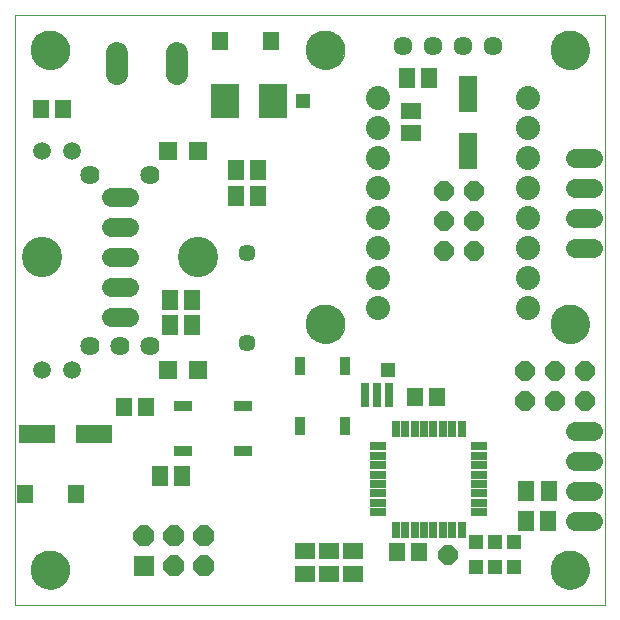
<source format=gts>
G75*
%MOIN*%
%OFA0B0*%
%FSLAX25Y25*%
%IPPOS*%
%LPD*%
%AMOC8*
5,1,8,0,0,1.08239X$1,22.5*
%
%ADD10C,0.00000*%
%ADD11C,0.12998*%
%ADD12R,0.05518X0.06306*%
%ADD13R,0.12211X0.05912*%
%ADD14R,0.05912X0.12211*%
%ADD15R,0.05400X0.06187*%
%ADD16C,0.06400*%
%ADD17R,0.09400X0.11400*%
%ADD18R,0.07000X0.07000*%
%ADD19OC8,0.07000*%
%ADD20OC8,0.06400*%
%ADD21R,0.05124X0.05124*%
%ADD22C,0.07450*%
%ADD23R,0.05518X0.06699*%
%ADD24R,0.06699X0.05518*%
%ADD25R,0.03400X0.06400*%
%ADD26R,0.06400X0.03400*%
%ADD27C,0.06400*%
%ADD28C,0.13400*%
%ADD29C,0.08000*%
%ADD30R,0.05943X0.05943*%
%ADD31C,0.05943*%
%ADD32C,0.06337*%
%ADD33R,0.02600X0.05400*%
%ADD34R,0.05400X0.02600*%
%ADD35R,0.03156X0.08274*%
%ADD36C,0.05715*%
D10*
X0002600Y0002600D02*
X0002600Y0199450D01*
X0199450Y0199450D01*
X0199450Y0002600D01*
X0002600Y0002600D01*
X0008112Y0014411D02*
X0008114Y0014569D01*
X0008120Y0014727D01*
X0008130Y0014885D01*
X0008144Y0015043D01*
X0008162Y0015200D01*
X0008183Y0015357D01*
X0008209Y0015513D01*
X0008239Y0015669D01*
X0008272Y0015824D01*
X0008310Y0015977D01*
X0008351Y0016130D01*
X0008396Y0016282D01*
X0008445Y0016433D01*
X0008498Y0016582D01*
X0008554Y0016730D01*
X0008614Y0016876D01*
X0008678Y0017021D01*
X0008746Y0017164D01*
X0008817Y0017306D01*
X0008891Y0017446D01*
X0008969Y0017583D01*
X0009051Y0017719D01*
X0009135Y0017853D01*
X0009224Y0017984D01*
X0009315Y0018113D01*
X0009410Y0018240D01*
X0009507Y0018365D01*
X0009608Y0018487D01*
X0009712Y0018606D01*
X0009819Y0018723D01*
X0009929Y0018837D01*
X0010042Y0018948D01*
X0010157Y0019057D01*
X0010275Y0019162D01*
X0010396Y0019264D01*
X0010519Y0019364D01*
X0010645Y0019460D01*
X0010773Y0019553D01*
X0010903Y0019643D01*
X0011036Y0019729D01*
X0011171Y0019813D01*
X0011307Y0019892D01*
X0011446Y0019969D01*
X0011587Y0020041D01*
X0011729Y0020111D01*
X0011873Y0020176D01*
X0012019Y0020238D01*
X0012166Y0020296D01*
X0012315Y0020351D01*
X0012465Y0020402D01*
X0012616Y0020449D01*
X0012768Y0020492D01*
X0012921Y0020531D01*
X0013076Y0020567D01*
X0013231Y0020598D01*
X0013387Y0020626D01*
X0013543Y0020650D01*
X0013700Y0020670D01*
X0013858Y0020686D01*
X0014015Y0020698D01*
X0014174Y0020706D01*
X0014332Y0020710D01*
X0014490Y0020710D01*
X0014648Y0020706D01*
X0014807Y0020698D01*
X0014964Y0020686D01*
X0015122Y0020670D01*
X0015279Y0020650D01*
X0015435Y0020626D01*
X0015591Y0020598D01*
X0015746Y0020567D01*
X0015901Y0020531D01*
X0016054Y0020492D01*
X0016206Y0020449D01*
X0016357Y0020402D01*
X0016507Y0020351D01*
X0016656Y0020296D01*
X0016803Y0020238D01*
X0016949Y0020176D01*
X0017093Y0020111D01*
X0017235Y0020041D01*
X0017376Y0019969D01*
X0017515Y0019892D01*
X0017651Y0019813D01*
X0017786Y0019729D01*
X0017919Y0019643D01*
X0018049Y0019553D01*
X0018177Y0019460D01*
X0018303Y0019364D01*
X0018426Y0019264D01*
X0018547Y0019162D01*
X0018665Y0019057D01*
X0018780Y0018948D01*
X0018893Y0018837D01*
X0019003Y0018723D01*
X0019110Y0018606D01*
X0019214Y0018487D01*
X0019315Y0018365D01*
X0019412Y0018240D01*
X0019507Y0018113D01*
X0019598Y0017984D01*
X0019687Y0017853D01*
X0019771Y0017719D01*
X0019853Y0017583D01*
X0019931Y0017446D01*
X0020005Y0017306D01*
X0020076Y0017164D01*
X0020144Y0017021D01*
X0020208Y0016876D01*
X0020268Y0016730D01*
X0020324Y0016582D01*
X0020377Y0016433D01*
X0020426Y0016282D01*
X0020471Y0016130D01*
X0020512Y0015977D01*
X0020550Y0015824D01*
X0020583Y0015669D01*
X0020613Y0015513D01*
X0020639Y0015357D01*
X0020660Y0015200D01*
X0020678Y0015043D01*
X0020692Y0014885D01*
X0020702Y0014727D01*
X0020708Y0014569D01*
X0020710Y0014411D01*
X0020708Y0014253D01*
X0020702Y0014095D01*
X0020692Y0013937D01*
X0020678Y0013779D01*
X0020660Y0013622D01*
X0020639Y0013465D01*
X0020613Y0013309D01*
X0020583Y0013153D01*
X0020550Y0012998D01*
X0020512Y0012845D01*
X0020471Y0012692D01*
X0020426Y0012540D01*
X0020377Y0012389D01*
X0020324Y0012240D01*
X0020268Y0012092D01*
X0020208Y0011946D01*
X0020144Y0011801D01*
X0020076Y0011658D01*
X0020005Y0011516D01*
X0019931Y0011376D01*
X0019853Y0011239D01*
X0019771Y0011103D01*
X0019687Y0010969D01*
X0019598Y0010838D01*
X0019507Y0010709D01*
X0019412Y0010582D01*
X0019315Y0010457D01*
X0019214Y0010335D01*
X0019110Y0010216D01*
X0019003Y0010099D01*
X0018893Y0009985D01*
X0018780Y0009874D01*
X0018665Y0009765D01*
X0018547Y0009660D01*
X0018426Y0009558D01*
X0018303Y0009458D01*
X0018177Y0009362D01*
X0018049Y0009269D01*
X0017919Y0009179D01*
X0017786Y0009093D01*
X0017651Y0009009D01*
X0017515Y0008930D01*
X0017376Y0008853D01*
X0017235Y0008781D01*
X0017093Y0008711D01*
X0016949Y0008646D01*
X0016803Y0008584D01*
X0016656Y0008526D01*
X0016507Y0008471D01*
X0016357Y0008420D01*
X0016206Y0008373D01*
X0016054Y0008330D01*
X0015901Y0008291D01*
X0015746Y0008255D01*
X0015591Y0008224D01*
X0015435Y0008196D01*
X0015279Y0008172D01*
X0015122Y0008152D01*
X0014964Y0008136D01*
X0014807Y0008124D01*
X0014648Y0008116D01*
X0014490Y0008112D01*
X0014332Y0008112D01*
X0014174Y0008116D01*
X0014015Y0008124D01*
X0013858Y0008136D01*
X0013700Y0008152D01*
X0013543Y0008172D01*
X0013387Y0008196D01*
X0013231Y0008224D01*
X0013076Y0008255D01*
X0012921Y0008291D01*
X0012768Y0008330D01*
X0012616Y0008373D01*
X0012465Y0008420D01*
X0012315Y0008471D01*
X0012166Y0008526D01*
X0012019Y0008584D01*
X0011873Y0008646D01*
X0011729Y0008711D01*
X0011587Y0008781D01*
X0011446Y0008853D01*
X0011307Y0008930D01*
X0011171Y0009009D01*
X0011036Y0009093D01*
X0010903Y0009179D01*
X0010773Y0009269D01*
X0010645Y0009362D01*
X0010519Y0009458D01*
X0010396Y0009558D01*
X0010275Y0009660D01*
X0010157Y0009765D01*
X0010042Y0009874D01*
X0009929Y0009985D01*
X0009819Y0010099D01*
X0009712Y0010216D01*
X0009608Y0010335D01*
X0009507Y0010457D01*
X0009410Y0010582D01*
X0009315Y0010709D01*
X0009224Y0010838D01*
X0009135Y0010969D01*
X0009051Y0011103D01*
X0008969Y0011239D01*
X0008891Y0011376D01*
X0008817Y0011516D01*
X0008746Y0011658D01*
X0008678Y0011801D01*
X0008614Y0011946D01*
X0008554Y0012092D01*
X0008498Y0012240D01*
X0008445Y0012389D01*
X0008396Y0012540D01*
X0008351Y0012692D01*
X0008310Y0012845D01*
X0008272Y0012998D01*
X0008239Y0013153D01*
X0008209Y0013309D01*
X0008183Y0013465D01*
X0008162Y0013622D01*
X0008144Y0013779D01*
X0008130Y0013937D01*
X0008120Y0014095D01*
X0008114Y0014253D01*
X0008112Y0014411D01*
X0099868Y0096356D02*
X0099870Y0096514D01*
X0099876Y0096672D01*
X0099886Y0096830D01*
X0099900Y0096988D01*
X0099918Y0097145D01*
X0099939Y0097302D01*
X0099965Y0097458D01*
X0099995Y0097614D01*
X0100028Y0097769D01*
X0100066Y0097922D01*
X0100107Y0098075D01*
X0100152Y0098227D01*
X0100201Y0098378D01*
X0100254Y0098527D01*
X0100310Y0098675D01*
X0100370Y0098821D01*
X0100434Y0098966D01*
X0100502Y0099109D01*
X0100573Y0099251D01*
X0100647Y0099391D01*
X0100725Y0099528D01*
X0100807Y0099664D01*
X0100891Y0099798D01*
X0100980Y0099929D01*
X0101071Y0100058D01*
X0101166Y0100185D01*
X0101263Y0100310D01*
X0101364Y0100432D01*
X0101468Y0100551D01*
X0101575Y0100668D01*
X0101685Y0100782D01*
X0101798Y0100893D01*
X0101913Y0101002D01*
X0102031Y0101107D01*
X0102152Y0101209D01*
X0102275Y0101309D01*
X0102401Y0101405D01*
X0102529Y0101498D01*
X0102659Y0101588D01*
X0102792Y0101674D01*
X0102927Y0101758D01*
X0103063Y0101837D01*
X0103202Y0101914D01*
X0103343Y0101986D01*
X0103485Y0102056D01*
X0103629Y0102121D01*
X0103775Y0102183D01*
X0103922Y0102241D01*
X0104071Y0102296D01*
X0104221Y0102347D01*
X0104372Y0102394D01*
X0104524Y0102437D01*
X0104677Y0102476D01*
X0104832Y0102512D01*
X0104987Y0102543D01*
X0105143Y0102571D01*
X0105299Y0102595D01*
X0105456Y0102615D01*
X0105614Y0102631D01*
X0105771Y0102643D01*
X0105930Y0102651D01*
X0106088Y0102655D01*
X0106246Y0102655D01*
X0106404Y0102651D01*
X0106563Y0102643D01*
X0106720Y0102631D01*
X0106878Y0102615D01*
X0107035Y0102595D01*
X0107191Y0102571D01*
X0107347Y0102543D01*
X0107502Y0102512D01*
X0107657Y0102476D01*
X0107810Y0102437D01*
X0107962Y0102394D01*
X0108113Y0102347D01*
X0108263Y0102296D01*
X0108412Y0102241D01*
X0108559Y0102183D01*
X0108705Y0102121D01*
X0108849Y0102056D01*
X0108991Y0101986D01*
X0109132Y0101914D01*
X0109271Y0101837D01*
X0109407Y0101758D01*
X0109542Y0101674D01*
X0109675Y0101588D01*
X0109805Y0101498D01*
X0109933Y0101405D01*
X0110059Y0101309D01*
X0110182Y0101209D01*
X0110303Y0101107D01*
X0110421Y0101002D01*
X0110536Y0100893D01*
X0110649Y0100782D01*
X0110759Y0100668D01*
X0110866Y0100551D01*
X0110970Y0100432D01*
X0111071Y0100310D01*
X0111168Y0100185D01*
X0111263Y0100058D01*
X0111354Y0099929D01*
X0111443Y0099798D01*
X0111527Y0099664D01*
X0111609Y0099528D01*
X0111687Y0099391D01*
X0111761Y0099251D01*
X0111832Y0099109D01*
X0111900Y0098966D01*
X0111964Y0098821D01*
X0112024Y0098675D01*
X0112080Y0098527D01*
X0112133Y0098378D01*
X0112182Y0098227D01*
X0112227Y0098075D01*
X0112268Y0097922D01*
X0112306Y0097769D01*
X0112339Y0097614D01*
X0112369Y0097458D01*
X0112395Y0097302D01*
X0112416Y0097145D01*
X0112434Y0096988D01*
X0112448Y0096830D01*
X0112458Y0096672D01*
X0112464Y0096514D01*
X0112466Y0096356D01*
X0112464Y0096198D01*
X0112458Y0096040D01*
X0112448Y0095882D01*
X0112434Y0095724D01*
X0112416Y0095567D01*
X0112395Y0095410D01*
X0112369Y0095254D01*
X0112339Y0095098D01*
X0112306Y0094943D01*
X0112268Y0094790D01*
X0112227Y0094637D01*
X0112182Y0094485D01*
X0112133Y0094334D01*
X0112080Y0094185D01*
X0112024Y0094037D01*
X0111964Y0093891D01*
X0111900Y0093746D01*
X0111832Y0093603D01*
X0111761Y0093461D01*
X0111687Y0093321D01*
X0111609Y0093184D01*
X0111527Y0093048D01*
X0111443Y0092914D01*
X0111354Y0092783D01*
X0111263Y0092654D01*
X0111168Y0092527D01*
X0111071Y0092402D01*
X0110970Y0092280D01*
X0110866Y0092161D01*
X0110759Y0092044D01*
X0110649Y0091930D01*
X0110536Y0091819D01*
X0110421Y0091710D01*
X0110303Y0091605D01*
X0110182Y0091503D01*
X0110059Y0091403D01*
X0109933Y0091307D01*
X0109805Y0091214D01*
X0109675Y0091124D01*
X0109542Y0091038D01*
X0109407Y0090954D01*
X0109271Y0090875D01*
X0109132Y0090798D01*
X0108991Y0090726D01*
X0108849Y0090656D01*
X0108705Y0090591D01*
X0108559Y0090529D01*
X0108412Y0090471D01*
X0108263Y0090416D01*
X0108113Y0090365D01*
X0107962Y0090318D01*
X0107810Y0090275D01*
X0107657Y0090236D01*
X0107502Y0090200D01*
X0107347Y0090169D01*
X0107191Y0090141D01*
X0107035Y0090117D01*
X0106878Y0090097D01*
X0106720Y0090081D01*
X0106563Y0090069D01*
X0106404Y0090061D01*
X0106246Y0090057D01*
X0106088Y0090057D01*
X0105930Y0090061D01*
X0105771Y0090069D01*
X0105614Y0090081D01*
X0105456Y0090097D01*
X0105299Y0090117D01*
X0105143Y0090141D01*
X0104987Y0090169D01*
X0104832Y0090200D01*
X0104677Y0090236D01*
X0104524Y0090275D01*
X0104372Y0090318D01*
X0104221Y0090365D01*
X0104071Y0090416D01*
X0103922Y0090471D01*
X0103775Y0090529D01*
X0103629Y0090591D01*
X0103485Y0090656D01*
X0103343Y0090726D01*
X0103202Y0090798D01*
X0103063Y0090875D01*
X0102927Y0090954D01*
X0102792Y0091038D01*
X0102659Y0091124D01*
X0102529Y0091214D01*
X0102401Y0091307D01*
X0102275Y0091403D01*
X0102152Y0091503D01*
X0102031Y0091605D01*
X0101913Y0091710D01*
X0101798Y0091819D01*
X0101685Y0091930D01*
X0101575Y0092044D01*
X0101468Y0092161D01*
X0101364Y0092280D01*
X0101263Y0092402D01*
X0101166Y0092527D01*
X0101071Y0092654D01*
X0100980Y0092783D01*
X0100891Y0092914D01*
X0100807Y0093048D01*
X0100725Y0093184D01*
X0100647Y0093321D01*
X0100573Y0093461D01*
X0100502Y0093603D01*
X0100434Y0093746D01*
X0100370Y0093891D01*
X0100310Y0094037D01*
X0100254Y0094185D01*
X0100201Y0094334D01*
X0100152Y0094485D01*
X0100107Y0094637D01*
X0100066Y0094790D01*
X0100028Y0094943D01*
X0099995Y0095098D01*
X0099965Y0095254D01*
X0099939Y0095410D01*
X0099918Y0095567D01*
X0099900Y0095724D01*
X0099886Y0095882D01*
X0099876Y0096040D01*
X0099870Y0096198D01*
X0099868Y0096356D01*
X0181364Y0096356D02*
X0181366Y0096514D01*
X0181372Y0096672D01*
X0181382Y0096830D01*
X0181396Y0096988D01*
X0181414Y0097145D01*
X0181435Y0097302D01*
X0181461Y0097458D01*
X0181491Y0097614D01*
X0181524Y0097769D01*
X0181562Y0097922D01*
X0181603Y0098075D01*
X0181648Y0098227D01*
X0181697Y0098378D01*
X0181750Y0098527D01*
X0181806Y0098675D01*
X0181866Y0098821D01*
X0181930Y0098966D01*
X0181998Y0099109D01*
X0182069Y0099251D01*
X0182143Y0099391D01*
X0182221Y0099528D01*
X0182303Y0099664D01*
X0182387Y0099798D01*
X0182476Y0099929D01*
X0182567Y0100058D01*
X0182662Y0100185D01*
X0182759Y0100310D01*
X0182860Y0100432D01*
X0182964Y0100551D01*
X0183071Y0100668D01*
X0183181Y0100782D01*
X0183294Y0100893D01*
X0183409Y0101002D01*
X0183527Y0101107D01*
X0183648Y0101209D01*
X0183771Y0101309D01*
X0183897Y0101405D01*
X0184025Y0101498D01*
X0184155Y0101588D01*
X0184288Y0101674D01*
X0184423Y0101758D01*
X0184559Y0101837D01*
X0184698Y0101914D01*
X0184839Y0101986D01*
X0184981Y0102056D01*
X0185125Y0102121D01*
X0185271Y0102183D01*
X0185418Y0102241D01*
X0185567Y0102296D01*
X0185717Y0102347D01*
X0185868Y0102394D01*
X0186020Y0102437D01*
X0186173Y0102476D01*
X0186328Y0102512D01*
X0186483Y0102543D01*
X0186639Y0102571D01*
X0186795Y0102595D01*
X0186952Y0102615D01*
X0187110Y0102631D01*
X0187267Y0102643D01*
X0187426Y0102651D01*
X0187584Y0102655D01*
X0187742Y0102655D01*
X0187900Y0102651D01*
X0188059Y0102643D01*
X0188216Y0102631D01*
X0188374Y0102615D01*
X0188531Y0102595D01*
X0188687Y0102571D01*
X0188843Y0102543D01*
X0188998Y0102512D01*
X0189153Y0102476D01*
X0189306Y0102437D01*
X0189458Y0102394D01*
X0189609Y0102347D01*
X0189759Y0102296D01*
X0189908Y0102241D01*
X0190055Y0102183D01*
X0190201Y0102121D01*
X0190345Y0102056D01*
X0190487Y0101986D01*
X0190628Y0101914D01*
X0190767Y0101837D01*
X0190903Y0101758D01*
X0191038Y0101674D01*
X0191171Y0101588D01*
X0191301Y0101498D01*
X0191429Y0101405D01*
X0191555Y0101309D01*
X0191678Y0101209D01*
X0191799Y0101107D01*
X0191917Y0101002D01*
X0192032Y0100893D01*
X0192145Y0100782D01*
X0192255Y0100668D01*
X0192362Y0100551D01*
X0192466Y0100432D01*
X0192567Y0100310D01*
X0192664Y0100185D01*
X0192759Y0100058D01*
X0192850Y0099929D01*
X0192939Y0099798D01*
X0193023Y0099664D01*
X0193105Y0099528D01*
X0193183Y0099391D01*
X0193257Y0099251D01*
X0193328Y0099109D01*
X0193396Y0098966D01*
X0193460Y0098821D01*
X0193520Y0098675D01*
X0193576Y0098527D01*
X0193629Y0098378D01*
X0193678Y0098227D01*
X0193723Y0098075D01*
X0193764Y0097922D01*
X0193802Y0097769D01*
X0193835Y0097614D01*
X0193865Y0097458D01*
X0193891Y0097302D01*
X0193912Y0097145D01*
X0193930Y0096988D01*
X0193944Y0096830D01*
X0193954Y0096672D01*
X0193960Y0096514D01*
X0193962Y0096356D01*
X0193960Y0096198D01*
X0193954Y0096040D01*
X0193944Y0095882D01*
X0193930Y0095724D01*
X0193912Y0095567D01*
X0193891Y0095410D01*
X0193865Y0095254D01*
X0193835Y0095098D01*
X0193802Y0094943D01*
X0193764Y0094790D01*
X0193723Y0094637D01*
X0193678Y0094485D01*
X0193629Y0094334D01*
X0193576Y0094185D01*
X0193520Y0094037D01*
X0193460Y0093891D01*
X0193396Y0093746D01*
X0193328Y0093603D01*
X0193257Y0093461D01*
X0193183Y0093321D01*
X0193105Y0093184D01*
X0193023Y0093048D01*
X0192939Y0092914D01*
X0192850Y0092783D01*
X0192759Y0092654D01*
X0192664Y0092527D01*
X0192567Y0092402D01*
X0192466Y0092280D01*
X0192362Y0092161D01*
X0192255Y0092044D01*
X0192145Y0091930D01*
X0192032Y0091819D01*
X0191917Y0091710D01*
X0191799Y0091605D01*
X0191678Y0091503D01*
X0191555Y0091403D01*
X0191429Y0091307D01*
X0191301Y0091214D01*
X0191171Y0091124D01*
X0191038Y0091038D01*
X0190903Y0090954D01*
X0190767Y0090875D01*
X0190628Y0090798D01*
X0190487Y0090726D01*
X0190345Y0090656D01*
X0190201Y0090591D01*
X0190055Y0090529D01*
X0189908Y0090471D01*
X0189759Y0090416D01*
X0189609Y0090365D01*
X0189458Y0090318D01*
X0189306Y0090275D01*
X0189153Y0090236D01*
X0188998Y0090200D01*
X0188843Y0090169D01*
X0188687Y0090141D01*
X0188531Y0090117D01*
X0188374Y0090097D01*
X0188216Y0090081D01*
X0188059Y0090069D01*
X0187900Y0090061D01*
X0187742Y0090057D01*
X0187584Y0090057D01*
X0187426Y0090061D01*
X0187267Y0090069D01*
X0187110Y0090081D01*
X0186952Y0090097D01*
X0186795Y0090117D01*
X0186639Y0090141D01*
X0186483Y0090169D01*
X0186328Y0090200D01*
X0186173Y0090236D01*
X0186020Y0090275D01*
X0185868Y0090318D01*
X0185717Y0090365D01*
X0185567Y0090416D01*
X0185418Y0090471D01*
X0185271Y0090529D01*
X0185125Y0090591D01*
X0184981Y0090656D01*
X0184839Y0090726D01*
X0184698Y0090798D01*
X0184559Y0090875D01*
X0184423Y0090954D01*
X0184288Y0091038D01*
X0184155Y0091124D01*
X0184025Y0091214D01*
X0183897Y0091307D01*
X0183771Y0091403D01*
X0183648Y0091503D01*
X0183527Y0091605D01*
X0183409Y0091710D01*
X0183294Y0091819D01*
X0183181Y0091930D01*
X0183071Y0092044D01*
X0182964Y0092161D01*
X0182860Y0092280D01*
X0182759Y0092402D01*
X0182662Y0092527D01*
X0182567Y0092654D01*
X0182476Y0092783D01*
X0182387Y0092914D01*
X0182303Y0093048D01*
X0182221Y0093184D01*
X0182143Y0093321D01*
X0182069Y0093461D01*
X0181998Y0093603D01*
X0181930Y0093746D01*
X0181866Y0093891D01*
X0181806Y0094037D01*
X0181750Y0094185D01*
X0181697Y0094334D01*
X0181648Y0094485D01*
X0181603Y0094637D01*
X0181562Y0094790D01*
X0181524Y0094943D01*
X0181491Y0095098D01*
X0181461Y0095254D01*
X0181435Y0095410D01*
X0181414Y0095567D01*
X0181396Y0095724D01*
X0181382Y0095882D01*
X0181372Y0096040D01*
X0181366Y0096198D01*
X0181364Y0096356D01*
X0181340Y0014411D02*
X0181342Y0014569D01*
X0181348Y0014727D01*
X0181358Y0014885D01*
X0181372Y0015043D01*
X0181390Y0015200D01*
X0181411Y0015357D01*
X0181437Y0015513D01*
X0181467Y0015669D01*
X0181500Y0015824D01*
X0181538Y0015977D01*
X0181579Y0016130D01*
X0181624Y0016282D01*
X0181673Y0016433D01*
X0181726Y0016582D01*
X0181782Y0016730D01*
X0181842Y0016876D01*
X0181906Y0017021D01*
X0181974Y0017164D01*
X0182045Y0017306D01*
X0182119Y0017446D01*
X0182197Y0017583D01*
X0182279Y0017719D01*
X0182363Y0017853D01*
X0182452Y0017984D01*
X0182543Y0018113D01*
X0182638Y0018240D01*
X0182735Y0018365D01*
X0182836Y0018487D01*
X0182940Y0018606D01*
X0183047Y0018723D01*
X0183157Y0018837D01*
X0183270Y0018948D01*
X0183385Y0019057D01*
X0183503Y0019162D01*
X0183624Y0019264D01*
X0183747Y0019364D01*
X0183873Y0019460D01*
X0184001Y0019553D01*
X0184131Y0019643D01*
X0184264Y0019729D01*
X0184399Y0019813D01*
X0184535Y0019892D01*
X0184674Y0019969D01*
X0184815Y0020041D01*
X0184957Y0020111D01*
X0185101Y0020176D01*
X0185247Y0020238D01*
X0185394Y0020296D01*
X0185543Y0020351D01*
X0185693Y0020402D01*
X0185844Y0020449D01*
X0185996Y0020492D01*
X0186149Y0020531D01*
X0186304Y0020567D01*
X0186459Y0020598D01*
X0186615Y0020626D01*
X0186771Y0020650D01*
X0186928Y0020670D01*
X0187086Y0020686D01*
X0187243Y0020698D01*
X0187402Y0020706D01*
X0187560Y0020710D01*
X0187718Y0020710D01*
X0187876Y0020706D01*
X0188035Y0020698D01*
X0188192Y0020686D01*
X0188350Y0020670D01*
X0188507Y0020650D01*
X0188663Y0020626D01*
X0188819Y0020598D01*
X0188974Y0020567D01*
X0189129Y0020531D01*
X0189282Y0020492D01*
X0189434Y0020449D01*
X0189585Y0020402D01*
X0189735Y0020351D01*
X0189884Y0020296D01*
X0190031Y0020238D01*
X0190177Y0020176D01*
X0190321Y0020111D01*
X0190463Y0020041D01*
X0190604Y0019969D01*
X0190743Y0019892D01*
X0190879Y0019813D01*
X0191014Y0019729D01*
X0191147Y0019643D01*
X0191277Y0019553D01*
X0191405Y0019460D01*
X0191531Y0019364D01*
X0191654Y0019264D01*
X0191775Y0019162D01*
X0191893Y0019057D01*
X0192008Y0018948D01*
X0192121Y0018837D01*
X0192231Y0018723D01*
X0192338Y0018606D01*
X0192442Y0018487D01*
X0192543Y0018365D01*
X0192640Y0018240D01*
X0192735Y0018113D01*
X0192826Y0017984D01*
X0192915Y0017853D01*
X0192999Y0017719D01*
X0193081Y0017583D01*
X0193159Y0017446D01*
X0193233Y0017306D01*
X0193304Y0017164D01*
X0193372Y0017021D01*
X0193436Y0016876D01*
X0193496Y0016730D01*
X0193552Y0016582D01*
X0193605Y0016433D01*
X0193654Y0016282D01*
X0193699Y0016130D01*
X0193740Y0015977D01*
X0193778Y0015824D01*
X0193811Y0015669D01*
X0193841Y0015513D01*
X0193867Y0015357D01*
X0193888Y0015200D01*
X0193906Y0015043D01*
X0193920Y0014885D01*
X0193930Y0014727D01*
X0193936Y0014569D01*
X0193938Y0014411D01*
X0193936Y0014253D01*
X0193930Y0014095D01*
X0193920Y0013937D01*
X0193906Y0013779D01*
X0193888Y0013622D01*
X0193867Y0013465D01*
X0193841Y0013309D01*
X0193811Y0013153D01*
X0193778Y0012998D01*
X0193740Y0012845D01*
X0193699Y0012692D01*
X0193654Y0012540D01*
X0193605Y0012389D01*
X0193552Y0012240D01*
X0193496Y0012092D01*
X0193436Y0011946D01*
X0193372Y0011801D01*
X0193304Y0011658D01*
X0193233Y0011516D01*
X0193159Y0011376D01*
X0193081Y0011239D01*
X0192999Y0011103D01*
X0192915Y0010969D01*
X0192826Y0010838D01*
X0192735Y0010709D01*
X0192640Y0010582D01*
X0192543Y0010457D01*
X0192442Y0010335D01*
X0192338Y0010216D01*
X0192231Y0010099D01*
X0192121Y0009985D01*
X0192008Y0009874D01*
X0191893Y0009765D01*
X0191775Y0009660D01*
X0191654Y0009558D01*
X0191531Y0009458D01*
X0191405Y0009362D01*
X0191277Y0009269D01*
X0191147Y0009179D01*
X0191014Y0009093D01*
X0190879Y0009009D01*
X0190743Y0008930D01*
X0190604Y0008853D01*
X0190463Y0008781D01*
X0190321Y0008711D01*
X0190177Y0008646D01*
X0190031Y0008584D01*
X0189884Y0008526D01*
X0189735Y0008471D01*
X0189585Y0008420D01*
X0189434Y0008373D01*
X0189282Y0008330D01*
X0189129Y0008291D01*
X0188974Y0008255D01*
X0188819Y0008224D01*
X0188663Y0008196D01*
X0188507Y0008172D01*
X0188350Y0008152D01*
X0188192Y0008136D01*
X0188035Y0008124D01*
X0187876Y0008116D01*
X0187718Y0008112D01*
X0187560Y0008112D01*
X0187402Y0008116D01*
X0187243Y0008124D01*
X0187086Y0008136D01*
X0186928Y0008152D01*
X0186771Y0008172D01*
X0186615Y0008196D01*
X0186459Y0008224D01*
X0186304Y0008255D01*
X0186149Y0008291D01*
X0185996Y0008330D01*
X0185844Y0008373D01*
X0185693Y0008420D01*
X0185543Y0008471D01*
X0185394Y0008526D01*
X0185247Y0008584D01*
X0185101Y0008646D01*
X0184957Y0008711D01*
X0184815Y0008781D01*
X0184674Y0008853D01*
X0184535Y0008930D01*
X0184399Y0009009D01*
X0184264Y0009093D01*
X0184131Y0009179D01*
X0184001Y0009269D01*
X0183873Y0009362D01*
X0183747Y0009458D01*
X0183624Y0009558D01*
X0183503Y0009660D01*
X0183385Y0009765D01*
X0183270Y0009874D01*
X0183157Y0009985D01*
X0183047Y0010099D01*
X0182940Y0010216D01*
X0182836Y0010335D01*
X0182735Y0010457D01*
X0182638Y0010582D01*
X0182543Y0010709D01*
X0182452Y0010838D01*
X0182363Y0010969D01*
X0182279Y0011103D01*
X0182197Y0011239D01*
X0182119Y0011376D01*
X0182045Y0011516D01*
X0181974Y0011658D01*
X0181906Y0011801D01*
X0181842Y0011946D01*
X0181782Y0012092D01*
X0181726Y0012240D01*
X0181673Y0012389D01*
X0181624Y0012540D01*
X0181579Y0012692D01*
X0181538Y0012845D01*
X0181500Y0012998D01*
X0181467Y0013153D01*
X0181437Y0013309D01*
X0181411Y0013465D01*
X0181390Y0013622D01*
X0181372Y0013779D01*
X0181358Y0013937D01*
X0181348Y0014095D01*
X0181342Y0014253D01*
X0181340Y0014411D01*
X0181364Y0187694D02*
X0181366Y0187852D01*
X0181372Y0188010D01*
X0181382Y0188168D01*
X0181396Y0188326D01*
X0181414Y0188483D01*
X0181435Y0188640D01*
X0181461Y0188796D01*
X0181491Y0188952D01*
X0181524Y0189107D01*
X0181562Y0189260D01*
X0181603Y0189413D01*
X0181648Y0189565D01*
X0181697Y0189716D01*
X0181750Y0189865D01*
X0181806Y0190013D01*
X0181866Y0190159D01*
X0181930Y0190304D01*
X0181998Y0190447D01*
X0182069Y0190589D01*
X0182143Y0190729D01*
X0182221Y0190866D01*
X0182303Y0191002D01*
X0182387Y0191136D01*
X0182476Y0191267D01*
X0182567Y0191396D01*
X0182662Y0191523D01*
X0182759Y0191648D01*
X0182860Y0191770D01*
X0182964Y0191889D01*
X0183071Y0192006D01*
X0183181Y0192120D01*
X0183294Y0192231D01*
X0183409Y0192340D01*
X0183527Y0192445D01*
X0183648Y0192547D01*
X0183771Y0192647D01*
X0183897Y0192743D01*
X0184025Y0192836D01*
X0184155Y0192926D01*
X0184288Y0193012D01*
X0184423Y0193096D01*
X0184559Y0193175D01*
X0184698Y0193252D01*
X0184839Y0193324D01*
X0184981Y0193394D01*
X0185125Y0193459D01*
X0185271Y0193521D01*
X0185418Y0193579D01*
X0185567Y0193634D01*
X0185717Y0193685D01*
X0185868Y0193732D01*
X0186020Y0193775D01*
X0186173Y0193814D01*
X0186328Y0193850D01*
X0186483Y0193881D01*
X0186639Y0193909D01*
X0186795Y0193933D01*
X0186952Y0193953D01*
X0187110Y0193969D01*
X0187267Y0193981D01*
X0187426Y0193989D01*
X0187584Y0193993D01*
X0187742Y0193993D01*
X0187900Y0193989D01*
X0188059Y0193981D01*
X0188216Y0193969D01*
X0188374Y0193953D01*
X0188531Y0193933D01*
X0188687Y0193909D01*
X0188843Y0193881D01*
X0188998Y0193850D01*
X0189153Y0193814D01*
X0189306Y0193775D01*
X0189458Y0193732D01*
X0189609Y0193685D01*
X0189759Y0193634D01*
X0189908Y0193579D01*
X0190055Y0193521D01*
X0190201Y0193459D01*
X0190345Y0193394D01*
X0190487Y0193324D01*
X0190628Y0193252D01*
X0190767Y0193175D01*
X0190903Y0193096D01*
X0191038Y0193012D01*
X0191171Y0192926D01*
X0191301Y0192836D01*
X0191429Y0192743D01*
X0191555Y0192647D01*
X0191678Y0192547D01*
X0191799Y0192445D01*
X0191917Y0192340D01*
X0192032Y0192231D01*
X0192145Y0192120D01*
X0192255Y0192006D01*
X0192362Y0191889D01*
X0192466Y0191770D01*
X0192567Y0191648D01*
X0192664Y0191523D01*
X0192759Y0191396D01*
X0192850Y0191267D01*
X0192939Y0191136D01*
X0193023Y0191002D01*
X0193105Y0190866D01*
X0193183Y0190729D01*
X0193257Y0190589D01*
X0193328Y0190447D01*
X0193396Y0190304D01*
X0193460Y0190159D01*
X0193520Y0190013D01*
X0193576Y0189865D01*
X0193629Y0189716D01*
X0193678Y0189565D01*
X0193723Y0189413D01*
X0193764Y0189260D01*
X0193802Y0189107D01*
X0193835Y0188952D01*
X0193865Y0188796D01*
X0193891Y0188640D01*
X0193912Y0188483D01*
X0193930Y0188326D01*
X0193944Y0188168D01*
X0193954Y0188010D01*
X0193960Y0187852D01*
X0193962Y0187694D01*
X0193960Y0187536D01*
X0193954Y0187378D01*
X0193944Y0187220D01*
X0193930Y0187062D01*
X0193912Y0186905D01*
X0193891Y0186748D01*
X0193865Y0186592D01*
X0193835Y0186436D01*
X0193802Y0186281D01*
X0193764Y0186128D01*
X0193723Y0185975D01*
X0193678Y0185823D01*
X0193629Y0185672D01*
X0193576Y0185523D01*
X0193520Y0185375D01*
X0193460Y0185229D01*
X0193396Y0185084D01*
X0193328Y0184941D01*
X0193257Y0184799D01*
X0193183Y0184659D01*
X0193105Y0184522D01*
X0193023Y0184386D01*
X0192939Y0184252D01*
X0192850Y0184121D01*
X0192759Y0183992D01*
X0192664Y0183865D01*
X0192567Y0183740D01*
X0192466Y0183618D01*
X0192362Y0183499D01*
X0192255Y0183382D01*
X0192145Y0183268D01*
X0192032Y0183157D01*
X0191917Y0183048D01*
X0191799Y0182943D01*
X0191678Y0182841D01*
X0191555Y0182741D01*
X0191429Y0182645D01*
X0191301Y0182552D01*
X0191171Y0182462D01*
X0191038Y0182376D01*
X0190903Y0182292D01*
X0190767Y0182213D01*
X0190628Y0182136D01*
X0190487Y0182064D01*
X0190345Y0181994D01*
X0190201Y0181929D01*
X0190055Y0181867D01*
X0189908Y0181809D01*
X0189759Y0181754D01*
X0189609Y0181703D01*
X0189458Y0181656D01*
X0189306Y0181613D01*
X0189153Y0181574D01*
X0188998Y0181538D01*
X0188843Y0181507D01*
X0188687Y0181479D01*
X0188531Y0181455D01*
X0188374Y0181435D01*
X0188216Y0181419D01*
X0188059Y0181407D01*
X0187900Y0181399D01*
X0187742Y0181395D01*
X0187584Y0181395D01*
X0187426Y0181399D01*
X0187267Y0181407D01*
X0187110Y0181419D01*
X0186952Y0181435D01*
X0186795Y0181455D01*
X0186639Y0181479D01*
X0186483Y0181507D01*
X0186328Y0181538D01*
X0186173Y0181574D01*
X0186020Y0181613D01*
X0185868Y0181656D01*
X0185717Y0181703D01*
X0185567Y0181754D01*
X0185418Y0181809D01*
X0185271Y0181867D01*
X0185125Y0181929D01*
X0184981Y0181994D01*
X0184839Y0182064D01*
X0184698Y0182136D01*
X0184559Y0182213D01*
X0184423Y0182292D01*
X0184288Y0182376D01*
X0184155Y0182462D01*
X0184025Y0182552D01*
X0183897Y0182645D01*
X0183771Y0182741D01*
X0183648Y0182841D01*
X0183527Y0182943D01*
X0183409Y0183048D01*
X0183294Y0183157D01*
X0183181Y0183268D01*
X0183071Y0183382D01*
X0182964Y0183499D01*
X0182860Y0183618D01*
X0182759Y0183740D01*
X0182662Y0183865D01*
X0182567Y0183992D01*
X0182476Y0184121D01*
X0182387Y0184252D01*
X0182303Y0184386D01*
X0182221Y0184522D01*
X0182143Y0184659D01*
X0182069Y0184799D01*
X0181998Y0184941D01*
X0181930Y0185084D01*
X0181866Y0185229D01*
X0181806Y0185375D01*
X0181750Y0185523D01*
X0181697Y0185672D01*
X0181648Y0185823D01*
X0181603Y0185975D01*
X0181562Y0186128D01*
X0181524Y0186281D01*
X0181491Y0186436D01*
X0181461Y0186592D01*
X0181435Y0186748D01*
X0181414Y0186905D01*
X0181396Y0187062D01*
X0181382Y0187220D01*
X0181372Y0187378D01*
X0181366Y0187536D01*
X0181364Y0187694D01*
X0099868Y0187694D02*
X0099870Y0187852D01*
X0099876Y0188010D01*
X0099886Y0188168D01*
X0099900Y0188326D01*
X0099918Y0188483D01*
X0099939Y0188640D01*
X0099965Y0188796D01*
X0099995Y0188952D01*
X0100028Y0189107D01*
X0100066Y0189260D01*
X0100107Y0189413D01*
X0100152Y0189565D01*
X0100201Y0189716D01*
X0100254Y0189865D01*
X0100310Y0190013D01*
X0100370Y0190159D01*
X0100434Y0190304D01*
X0100502Y0190447D01*
X0100573Y0190589D01*
X0100647Y0190729D01*
X0100725Y0190866D01*
X0100807Y0191002D01*
X0100891Y0191136D01*
X0100980Y0191267D01*
X0101071Y0191396D01*
X0101166Y0191523D01*
X0101263Y0191648D01*
X0101364Y0191770D01*
X0101468Y0191889D01*
X0101575Y0192006D01*
X0101685Y0192120D01*
X0101798Y0192231D01*
X0101913Y0192340D01*
X0102031Y0192445D01*
X0102152Y0192547D01*
X0102275Y0192647D01*
X0102401Y0192743D01*
X0102529Y0192836D01*
X0102659Y0192926D01*
X0102792Y0193012D01*
X0102927Y0193096D01*
X0103063Y0193175D01*
X0103202Y0193252D01*
X0103343Y0193324D01*
X0103485Y0193394D01*
X0103629Y0193459D01*
X0103775Y0193521D01*
X0103922Y0193579D01*
X0104071Y0193634D01*
X0104221Y0193685D01*
X0104372Y0193732D01*
X0104524Y0193775D01*
X0104677Y0193814D01*
X0104832Y0193850D01*
X0104987Y0193881D01*
X0105143Y0193909D01*
X0105299Y0193933D01*
X0105456Y0193953D01*
X0105614Y0193969D01*
X0105771Y0193981D01*
X0105930Y0193989D01*
X0106088Y0193993D01*
X0106246Y0193993D01*
X0106404Y0193989D01*
X0106563Y0193981D01*
X0106720Y0193969D01*
X0106878Y0193953D01*
X0107035Y0193933D01*
X0107191Y0193909D01*
X0107347Y0193881D01*
X0107502Y0193850D01*
X0107657Y0193814D01*
X0107810Y0193775D01*
X0107962Y0193732D01*
X0108113Y0193685D01*
X0108263Y0193634D01*
X0108412Y0193579D01*
X0108559Y0193521D01*
X0108705Y0193459D01*
X0108849Y0193394D01*
X0108991Y0193324D01*
X0109132Y0193252D01*
X0109271Y0193175D01*
X0109407Y0193096D01*
X0109542Y0193012D01*
X0109675Y0192926D01*
X0109805Y0192836D01*
X0109933Y0192743D01*
X0110059Y0192647D01*
X0110182Y0192547D01*
X0110303Y0192445D01*
X0110421Y0192340D01*
X0110536Y0192231D01*
X0110649Y0192120D01*
X0110759Y0192006D01*
X0110866Y0191889D01*
X0110970Y0191770D01*
X0111071Y0191648D01*
X0111168Y0191523D01*
X0111263Y0191396D01*
X0111354Y0191267D01*
X0111443Y0191136D01*
X0111527Y0191002D01*
X0111609Y0190866D01*
X0111687Y0190729D01*
X0111761Y0190589D01*
X0111832Y0190447D01*
X0111900Y0190304D01*
X0111964Y0190159D01*
X0112024Y0190013D01*
X0112080Y0189865D01*
X0112133Y0189716D01*
X0112182Y0189565D01*
X0112227Y0189413D01*
X0112268Y0189260D01*
X0112306Y0189107D01*
X0112339Y0188952D01*
X0112369Y0188796D01*
X0112395Y0188640D01*
X0112416Y0188483D01*
X0112434Y0188326D01*
X0112448Y0188168D01*
X0112458Y0188010D01*
X0112464Y0187852D01*
X0112466Y0187694D01*
X0112464Y0187536D01*
X0112458Y0187378D01*
X0112448Y0187220D01*
X0112434Y0187062D01*
X0112416Y0186905D01*
X0112395Y0186748D01*
X0112369Y0186592D01*
X0112339Y0186436D01*
X0112306Y0186281D01*
X0112268Y0186128D01*
X0112227Y0185975D01*
X0112182Y0185823D01*
X0112133Y0185672D01*
X0112080Y0185523D01*
X0112024Y0185375D01*
X0111964Y0185229D01*
X0111900Y0185084D01*
X0111832Y0184941D01*
X0111761Y0184799D01*
X0111687Y0184659D01*
X0111609Y0184522D01*
X0111527Y0184386D01*
X0111443Y0184252D01*
X0111354Y0184121D01*
X0111263Y0183992D01*
X0111168Y0183865D01*
X0111071Y0183740D01*
X0110970Y0183618D01*
X0110866Y0183499D01*
X0110759Y0183382D01*
X0110649Y0183268D01*
X0110536Y0183157D01*
X0110421Y0183048D01*
X0110303Y0182943D01*
X0110182Y0182841D01*
X0110059Y0182741D01*
X0109933Y0182645D01*
X0109805Y0182552D01*
X0109675Y0182462D01*
X0109542Y0182376D01*
X0109407Y0182292D01*
X0109271Y0182213D01*
X0109132Y0182136D01*
X0108991Y0182064D01*
X0108849Y0181994D01*
X0108705Y0181929D01*
X0108559Y0181867D01*
X0108412Y0181809D01*
X0108263Y0181754D01*
X0108113Y0181703D01*
X0107962Y0181656D01*
X0107810Y0181613D01*
X0107657Y0181574D01*
X0107502Y0181538D01*
X0107347Y0181507D01*
X0107191Y0181479D01*
X0107035Y0181455D01*
X0106878Y0181435D01*
X0106720Y0181419D01*
X0106563Y0181407D01*
X0106404Y0181399D01*
X0106246Y0181395D01*
X0106088Y0181395D01*
X0105930Y0181399D01*
X0105771Y0181407D01*
X0105614Y0181419D01*
X0105456Y0181435D01*
X0105299Y0181455D01*
X0105143Y0181479D01*
X0104987Y0181507D01*
X0104832Y0181538D01*
X0104677Y0181574D01*
X0104524Y0181613D01*
X0104372Y0181656D01*
X0104221Y0181703D01*
X0104071Y0181754D01*
X0103922Y0181809D01*
X0103775Y0181867D01*
X0103629Y0181929D01*
X0103485Y0181994D01*
X0103343Y0182064D01*
X0103202Y0182136D01*
X0103063Y0182213D01*
X0102927Y0182292D01*
X0102792Y0182376D01*
X0102659Y0182462D01*
X0102529Y0182552D01*
X0102401Y0182645D01*
X0102275Y0182741D01*
X0102152Y0182841D01*
X0102031Y0182943D01*
X0101913Y0183048D01*
X0101798Y0183157D01*
X0101685Y0183268D01*
X0101575Y0183382D01*
X0101468Y0183499D01*
X0101364Y0183618D01*
X0101263Y0183740D01*
X0101166Y0183865D01*
X0101071Y0183992D01*
X0100980Y0184121D01*
X0100891Y0184252D01*
X0100807Y0184386D01*
X0100725Y0184522D01*
X0100647Y0184659D01*
X0100573Y0184799D01*
X0100502Y0184941D01*
X0100434Y0185084D01*
X0100370Y0185229D01*
X0100310Y0185375D01*
X0100254Y0185523D01*
X0100201Y0185672D01*
X0100152Y0185823D01*
X0100107Y0185975D01*
X0100066Y0186128D01*
X0100028Y0186281D01*
X0099995Y0186436D01*
X0099965Y0186592D01*
X0099939Y0186748D01*
X0099918Y0186905D01*
X0099900Y0187062D01*
X0099886Y0187220D01*
X0099876Y0187378D01*
X0099870Y0187536D01*
X0099868Y0187694D01*
X0008112Y0187639D02*
X0008114Y0187797D01*
X0008120Y0187955D01*
X0008130Y0188113D01*
X0008144Y0188271D01*
X0008162Y0188428D01*
X0008183Y0188585D01*
X0008209Y0188741D01*
X0008239Y0188897D01*
X0008272Y0189052D01*
X0008310Y0189205D01*
X0008351Y0189358D01*
X0008396Y0189510D01*
X0008445Y0189661D01*
X0008498Y0189810D01*
X0008554Y0189958D01*
X0008614Y0190104D01*
X0008678Y0190249D01*
X0008746Y0190392D01*
X0008817Y0190534D01*
X0008891Y0190674D01*
X0008969Y0190811D01*
X0009051Y0190947D01*
X0009135Y0191081D01*
X0009224Y0191212D01*
X0009315Y0191341D01*
X0009410Y0191468D01*
X0009507Y0191593D01*
X0009608Y0191715D01*
X0009712Y0191834D01*
X0009819Y0191951D01*
X0009929Y0192065D01*
X0010042Y0192176D01*
X0010157Y0192285D01*
X0010275Y0192390D01*
X0010396Y0192492D01*
X0010519Y0192592D01*
X0010645Y0192688D01*
X0010773Y0192781D01*
X0010903Y0192871D01*
X0011036Y0192957D01*
X0011171Y0193041D01*
X0011307Y0193120D01*
X0011446Y0193197D01*
X0011587Y0193269D01*
X0011729Y0193339D01*
X0011873Y0193404D01*
X0012019Y0193466D01*
X0012166Y0193524D01*
X0012315Y0193579D01*
X0012465Y0193630D01*
X0012616Y0193677D01*
X0012768Y0193720D01*
X0012921Y0193759D01*
X0013076Y0193795D01*
X0013231Y0193826D01*
X0013387Y0193854D01*
X0013543Y0193878D01*
X0013700Y0193898D01*
X0013858Y0193914D01*
X0014015Y0193926D01*
X0014174Y0193934D01*
X0014332Y0193938D01*
X0014490Y0193938D01*
X0014648Y0193934D01*
X0014807Y0193926D01*
X0014964Y0193914D01*
X0015122Y0193898D01*
X0015279Y0193878D01*
X0015435Y0193854D01*
X0015591Y0193826D01*
X0015746Y0193795D01*
X0015901Y0193759D01*
X0016054Y0193720D01*
X0016206Y0193677D01*
X0016357Y0193630D01*
X0016507Y0193579D01*
X0016656Y0193524D01*
X0016803Y0193466D01*
X0016949Y0193404D01*
X0017093Y0193339D01*
X0017235Y0193269D01*
X0017376Y0193197D01*
X0017515Y0193120D01*
X0017651Y0193041D01*
X0017786Y0192957D01*
X0017919Y0192871D01*
X0018049Y0192781D01*
X0018177Y0192688D01*
X0018303Y0192592D01*
X0018426Y0192492D01*
X0018547Y0192390D01*
X0018665Y0192285D01*
X0018780Y0192176D01*
X0018893Y0192065D01*
X0019003Y0191951D01*
X0019110Y0191834D01*
X0019214Y0191715D01*
X0019315Y0191593D01*
X0019412Y0191468D01*
X0019507Y0191341D01*
X0019598Y0191212D01*
X0019687Y0191081D01*
X0019771Y0190947D01*
X0019853Y0190811D01*
X0019931Y0190674D01*
X0020005Y0190534D01*
X0020076Y0190392D01*
X0020144Y0190249D01*
X0020208Y0190104D01*
X0020268Y0189958D01*
X0020324Y0189810D01*
X0020377Y0189661D01*
X0020426Y0189510D01*
X0020471Y0189358D01*
X0020512Y0189205D01*
X0020550Y0189052D01*
X0020583Y0188897D01*
X0020613Y0188741D01*
X0020639Y0188585D01*
X0020660Y0188428D01*
X0020678Y0188271D01*
X0020692Y0188113D01*
X0020702Y0187955D01*
X0020708Y0187797D01*
X0020710Y0187639D01*
X0020708Y0187481D01*
X0020702Y0187323D01*
X0020692Y0187165D01*
X0020678Y0187007D01*
X0020660Y0186850D01*
X0020639Y0186693D01*
X0020613Y0186537D01*
X0020583Y0186381D01*
X0020550Y0186226D01*
X0020512Y0186073D01*
X0020471Y0185920D01*
X0020426Y0185768D01*
X0020377Y0185617D01*
X0020324Y0185468D01*
X0020268Y0185320D01*
X0020208Y0185174D01*
X0020144Y0185029D01*
X0020076Y0184886D01*
X0020005Y0184744D01*
X0019931Y0184604D01*
X0019853Y0184467D01*
X0019771Y0184331D01*
X0019687Y0184197D01*
X0019598Y0184066D01*
X0019507Y0183937D01*
X0019412Y0183810D01*
X0019315Y0183685D01*
X0019214Y0183563D01*
X0019110Y0183444D01*
X0019003Y0183327D01*
X0018893Y0183213D01*
X0018780Y0183102D01*
X0018665Y0182993D01*
X0018547Y0182888D01*
X0018426Y0182786D01*
X0018303Y0182686D01*
X0018177Y0182590D01*
X0018049Y0182497D01*
X0017919Y0182407D01*
X0017786Y0182321D01*
X0017651Y0182237D01*
X0017515Y0182158D01*
X0017376Y0182081D01*
X0017235Y0182009D01*
X0017093Y0181939D01*
X0016949Y0181874D01*
X0016803Y0181812D01*
X0016656Y0181754D01*
X0016507Y0181699D01*
X0016357Y0181648D01*
X0016206Y0181601D01*
X0016054Y0181558D01*
X0015901Y0181519D01*
X0015746Y0181483D01*
X0015591Y0181452D01*
X0015435Y0181424D01*
X0015279Y0181400D01*
X0015122Y0181380D01*
X0014964Y0181364D01*
X0014807Y0181352D01*
X0014648Y0181344D01*
X0014490Y0181340D01*
X0014332Y0181340D01*
X0014174Y0181344D01*
X0014015Y0181352D01*
X0013858Y0181364D01*
X0013700Y0181380D01*
X0013543Y0181400D01*
X0013387Y0181424D01*
X0013231Y0181452D01*
X0013076Y0181483D01*
X0012921Y0181519D01*
X0012768Y0181558D01*
X0012616Y0181601D01*
X0012465Y0181648D01*
X0012315Y0181699D01*
X0012166Y0181754D01*
X0012019Y0181812D01*
X0011873Y0181874D01*
X0011729Y0181939D01*
X0011587Y0182009D01*
X0011446Y0182081D01*
X0011307Y0182158D01*
X0011171Y0182237D01*
X0011036Y0182321D01*
X0010903Y0182407D01*
X0010773Y0182497D01*
X0010645Y0182590D01*
X0010519Y0182686D01*
X0010396Y0182786D01*
X0010275Y0182888D01*
X0010157Y0182993D01*
X0010042Y0183102D01*
X0009929Y0183213D01*
X0009819Y0183327D01*
X0009712Y0183444D01*
X0009608Y0183563D01*
X0009507Y0183685D01*
X0009410Y0183810D01*
X0009315Y0183937D01*
X0009224Y0184066D01*
X0009135Y0184197D01*
X0009051Y0184331D01*
X0008969Y0184467D01*
X0008891Y0184604D01*
X0008817Y0184744D01*
X0008746Y0184886D01*
X0008678Y0185029D01*
X0008614Y0185174D01*
X0008554Y0185320D01*
X0008498Y0185468D01*
X0008445Y0185617D01*
X0008396Y0185768D01*
X0008351Y0185920D01*
X0008310Y0186073D01*
X0008272Y0186226D01*
X0008239Y0186381D01*
X0008209Y0186537D01*
X0008183Y0186693D01*
X0008162Y0186850D01*
X0008144Y0187007D01*
X0008130Y0187165D01*
X0008120Y0187323D01*
X0008114Y0187481D01*
X0008112Y0187639D01*
D11*
X0014411Y0187639D03*
X0106167Y0187694D03*
X0187663Y0187694D03*
X0187663Y0096356D03*
X0106167Y0096356D03*
X0187639Y0014411D03*
X0014411Y0014411D03*
D12*
X0038860Y0068600D03*
X0046340Y0068600D03*
X0129860Y0020350D03*
X0137340Y0020350D03*
X0135860Y0071850D03*
X0143340Y0071850D03*
X0018840Y0167850D03*
X0011360Y0167850D03*
D13*
X0010151Y0059600D03*
X0029049Y0059600D03*
D14*
X0153600Y0154151D03*
X0153600Y0173049D03*
D15*
X0088065Y0190600D03*
X0071135Y0190600D03*
X0023065Y0039600D03*
X0006135Y0039600D03*
D16*
X0034600Y0098600D02*
X0040600Y0098600D01*
X0040600Y0108600D02*
X0034600Y0108600D01*
X0034600Y0118600D02*
X0040600Y0118600D01*
X0040600Y0128600D02*
X0034600Y0128600D01*
X0034600Y0138600D02*
X0040600Y0138600D01*
X0189350Y0141600D02*
X0195350Y0141600D01*
X0195350Y0131600D02*
X0189350Y0131600D01*
X0189350Y0121600D02*
X0195350Y0121600D01*
X0195350Y0151600D02*
X0189350Y0151600D01*
X0189350Y0060600D02*
X0195350Y0060600D01*
X0195350Y0050600D02*
X0189350Y0050600D01*
X0189350Y0040600D02*
X0195350Y0040600D01*
X0195350Y0030600D02*
X0189350Y0030600D01*
D17*
X0088655Y0170600D03*
X0072545Y0170600D03*
D18*
X0045600Y0015600D03*
D19*
X0045600Y0025600D03*
X0055600Y0025600D03*
X0055600Y0015600D03*
X0065600Y0015600D03*
X0065600Y0025600D03*
D20*
X0147100Y0019350D03*
X0172600Y0070600D03*
X0172600Y0080600D03*
X0182600Y0080600D03*
X0182600Y0070600D03*
X0192600Y0070600D03*
X0192600Y0080600D03*
X0155600Y0120600D03*
X0155600Y0130600D03*
X0155600Y0140600D03*
X0145600Y0140600D03*
X0145600Y0130600D03*
X0145600Y0120600D03*
D21*
X0127100Y0080850D03*
X0156350Y0023734D03*
X0162600Y0023734D03*
X0168850Y0023734D03*
X0168850Y0015466D03*
X0162600Y0015466D03*
X0156350Y0015466D03*
X0098600Y0170600D03*
D22*
X0056600Y0179575D02*
X0056600Y0186625D01*
X0036600Y0186625D02*
X0036600Y0179575D01*
D23*
X0076360Y0147600D03*
X0083840Y0147600D03*
X0083840Y0138850D03*
X0076360Y0138850D03*
X0061840Y0104350D03*
X0054360Y0104350D03*
X0054360Y0096100D03*
X0061840Y0096100D03*
X0058340Y0045600D03*
X0050860Y0045600D03*
X0173110Y0040600D03*
X0180590Y0040600D03*
X0180340Y0030600D03*
X0172860Y0030600D03*
X0140840Y0178350D03*
X0133360Y0178350D03*
D24*
X0134600Y0167340D03*
X0134600Y0159860D03*
X0115350Y0020590D03*
X0115350Y0013110D03*
X0107350Y0013110D03*
X0107350Y0020590D03*
X0099350Y0020590D03*
X0099350Y0013110D03*
D25*
X0097600Y0062350D03*
X0112600Y0062350D03*
X0112600Y0082350D03*
X0097600Y0082350D03*
D26*
X0078600Y0069100D03*
X0078600Y0054100D03*
X0058600Y0054100D03*
X0058600Y0069100D03*
D27*
X0047600Y0089100D03*
X0037600Y0089100D03*
X0027600Y0089100D03*
X0027600Y0146100D03*
X0047600Y0146100D03*
D28*
X0063600Y0118600D03*
X0011600Y0118600D03*
D29*
X0123600Y0121600D03*
X0123600Y0111600D03*
X0123600Y0101600D03*
X0123600Y0131600D03*
X0123600Y0141600D03*
X0123600Y0151600D03*
X0123600Y0161600D03*
X0123600Y0171600D03*
X0173600Y0171600D03*
X0173600Y0161600D03*
X0173600Y0151600D03*
X0173600Y0141600D03*
X0173600Y0131600D03*
X0173600Y0121600D03*
X0173600Y0111600D03*
X0173600Y0101600D03*
D30*
X0063600Y0081100D03*
X0053600Y0081100D03*
X0053600Y0154100D03*
X0063600Y0154100D03*
D31*
X0021600Y0154100D03*
X0011600Y0154100D03*
X0011600Y0081100D03*
X0021600Y0081100D03*
D32*
X0132072Y0189072D03*
X0142072Y0189072D03*
X0152072Y0189072D03*
X0162072Y0189072D03*
D33*
X0151624Y0061500D03*
X0148474Y0061500D03*
X0145324Y0061500D03*
X0142175Y0061500D03*
X0139025Y0061500D03*
X0135876Y0061500D03*
X0132726Y0061500D03*
X0129576Y0061500D03*
X0129576Y0027700D03*
X0132726Y0027700D03*
X0135876Y0027700D03*
X0139025Y0027700D03*
X0142175Y0027700D03*
X0145324Y0027700D03*
X0148474Y0027700D03*
X0151624Y0027700D03*
D34*
X0157500Y0033576D03*
X0157500Y0036726D03*
X0157500Y0039876D03*
X0157500Y0043025D03*
X0157500Y0046175D03*
X0157500Y0049324D03*
X0157500Y0052474D03*
X0157500Y0055624D03*
X0123700Y0055624D03*
X0123700Y0052474D03*
X0123700Y0049324D03*
X0123700Y0046175D03*
X0123700Y0043025D03*
X0123700Y0039876D03*
X0123700Y0036726D03*
X0123700Y0033576D03*
D35*
X0123350Y0072600D03*
X0127287Y0072600D03*
X0119413Y0072600D03*
D36*
X0080100Y0090100D03*
X0080100Y0119850D03*
M02*

</source>
